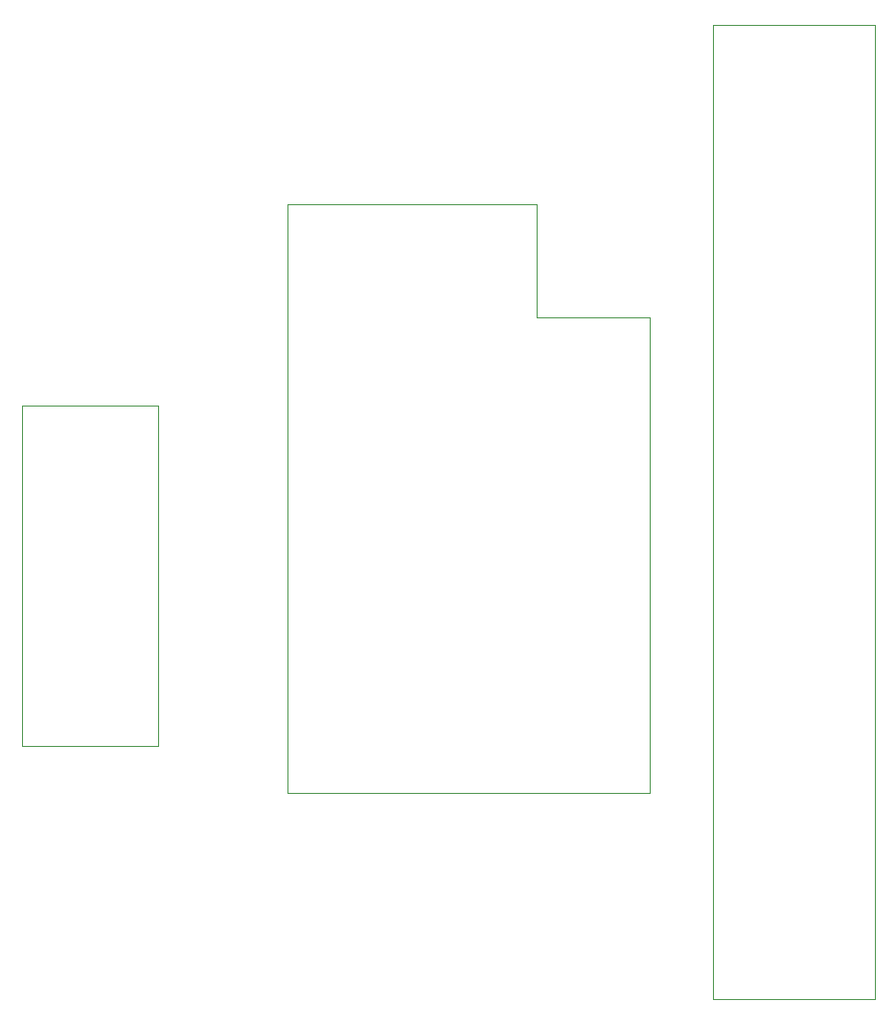
<source format=gbr>
%TF.GenerationSoftware,KiCad,Pcbnew,7.0.8*%
%TF.CreationDate,2024-02-03T12:05:27+03:00*%
%TF.ProjectId,RS485,52533438-352e-46b6-9963-61645f706362,rev?*%
%TF.SameCoordinates,Original*%
%TF.FileFunction,Profile,NP*%
%FSLAX46Y46*%
G04 Gerber Fmt 4.6, Leading zero omitted, Abs format (unit mm)*
G04 Created by KiCad (PCBNEW 7.0.8) date 2024-02-03 12:05:27*
%MOMM*%
%LPD*%
G01*
G04 APERTURE LIST*
%TA.AperFunction,Profile*%
%ADD10C,0.100000*%
%TD*%
G04 APERTURE END LIST*
D10*
X218105800Y-116484400D02*
X218105800Y-74484400D01*
X162625000Y-112270000D02*
X174625000Y-112270000D01*
X237950000Y-48650000D02*
X237950000Y-134650000D01*
X223650000Y-48650000D02*
X237950000Y-48650000D01*
X208105800Y-74484400D02*
X208105800Y-64484400D01*
X237950000Y-134650000D02*
X223650000Y-134650000D01*
X208105800Y-64484400D02*
X186105800Y-64484400D01*
X218105800Y-74484400D02*
X208105800Y-74484400D01*
X186105800Y-66484400D02*
X186105800Y-74484400D01*
X186105800Y-116484400D02*
X186105800Y-74484400D01*
X174625000Y-112270000D02*
X174625000Y-82270000D01*
X174625000Y-82270000D02*
X162625000Y-82270000D01*
X186105800Y-64484400D02*
X186105800Y-66484400D01*
X223650000Y-134650000D02*
X223650000Y-48650000D01*
X186105800Y-116484400D02*
X218105800Y-116484400D01*
X162625000Y-82270000D02*
X162625000Y-112270000D01*
M02*

</source>
